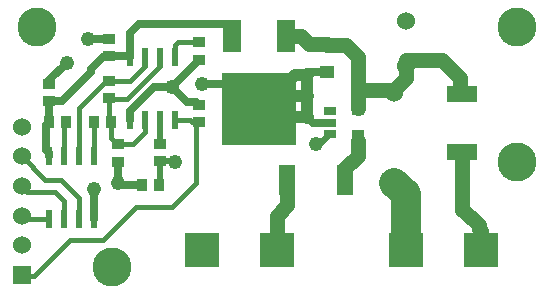
<source format=gbr>
%FSLAX23Y23*%
%MOIN*%
G04 EasyPC Gerber Version 16.0.6 Build 3249 *
%ADD115R,0.02362X0.05906*%
%ADD74R,0.03740X0.04331*%
%ADD114R,0.05512X0.09843*%
%ADD116R,0.05906X0.11024*%
%ADD80R,0.06000X0.06000*%
%ADD119R,0.11811X0.11811*%
%ADD89C,0.01500*%
%ADD88C,0.02000*%
%ADD90C,0.02500*%
%ADD150C,0.04000*%
%ADD120C,0.04800*%
%ADD121C,0.05000*%
%ADD79C,0.06000*%
%ADD112C,0.06000*%
%ADD110C,0.10000*%
%ADD124C,0.13000*%
%ADD111R,0.03937X0.02756*%
%ADD75R,0.04331X0.03740*%
%ADD118R,0.05118X0.04134*%
%ADD113R,0.09843X0.05512*%
%ADD117R,0.24803X0.24016*%
X0Y0D02*
D02*
D74*
X142Y696D03*
X199D03*
X292D03*
X349D03*
X452Y486D03*
X509D03*
D02*
D75*
X143Y768D03*
Y825D03*
X343Y778D03*
Y835D03*
Y918D03*
Y975D03*
X372Y565D03*
Y622D03*
X513Y568D03*
Y625D03*
X642Y905D03*
Y962D03*
X643Y698D03*
Y755D03*
D02*
D79*
X53Y286D03*
Y385D03*
Y483D03*
Y582D03*
Y680D03*
D02*
D80*
Y188D03*
D02*
D88*
X513Y702D02*
Y626D01*
X513Y625*
Y568D02*
X559D01*
X563Y565*
X513Y568D02*
Y490D01*
X509Y486*
X1033Y625D02*
X1045D01*
X1078Y658*
X1173D02*
Y635D01*
Y733D02*
Y745D01*
D02*
D89*
X142Y372D02*
X65D01*
X53Y385*
X193Y372D02*
Y435D01*
X163Y465*
X71*
X53Y483*
X193Y585D02*
Y689D01*
X199Y696*
X243Y372D02*
Y445D01*
X183Y505*
X130*
X53Y582*
X243Y585D02*
Y745D01*
X333Y835*
X343*
X343Y835*
X293Y585D02*
Y696D01*
X292Y696*
X343Y835D02*
Y835D01*
X413*
X463Y885*
Y915*
X349Y696D02*
Y698D01*
X343Y705*
Y777*
X343Y778*
X349Y696D02*
Y644D01*
X372Y622*
Y625*
X423*
X463Y665*
Y702*
X513Y915D02*
Y885D01*
X403Y775*
X360*
X357Y778*
X343*
X563Y915D02*
Y955D01*
X573Y965*
X638*
X642Y962*
X643Y698D02*
X619D01*
X613Y705*
X565*
X563Y702*
X643Y698D02*
X632Y687D01*
Y495*
X553Y415*
X433*
X323Y305*
X213*
X93Y185*
X53*
Y188*
D02*
D90*
X142Y696D02*
Y767D01*
X143Y768*
X142Y585D02*
Y595D01*
X133Y605*
Y686*
X142Y696*
X143Y768D02*
X186D01*
X282Y865*
Y875*
X323Y915*
X340*
X343Y918*
X143Y825D02*
Y836D01*
X203Y895*
X293Y372D02*
Y475D01*
X343Y918D02*
X409D01*
X413Y915*
X343Y975D02*
X273D01*
X273Y975*
X372Y565D02*
Y496D01*
X373Y495*
X413Y702D02*
Y735D01*
X493Y815*
X553*
X413Y915D02*
Y995D01*
X443Y1025*
X733*
X743Y1015*
Y995*
X753Y985*
X452Y486D02*
X382D01*
X373Y495*
X642Y905D02*
Y904D01*
X553Y815*
X643Y755D02*
X642D01*
X632Y765*
X603*
X553Y815*
X653Y825D02*
X756D01*
X843Y739*
X1069Y865D02*
X1012D01*
X1002Y855*
X1078Y695D02*
X1022D01*
X1002Y715*
D02*
D110*
X1332Y271D02*
Y456D01*
X1293Y495*
D02*
D111*
X1078Y658D03*
Y695D03*
Y733D03*
X1173Y658D03*
Y733D03*
D02*
D112*
X1293Y495D03*
Y795D03*
X1333Y885D03*
Y1035D03*
D02*
D113*
X1520Y598D03*
Y791D03*
D02*
D114*
X937Y503D03*
X1130D03*
D02*
D115*
X142Y372D03*
Y585D03*
X193Y372D03*
Y585D03*
X243Y372D03*
Y585D03*
X293Y372D03*
Y585D03*
X413Y702D03*
Y915D03*
X463Y702D03*
Y915D03*
X513Y702D03*
Y915D03*
X563Y702D03*
Y915D03*
D02*
D116*
X753Y985D03*
X933D03*
D02*
D117*
X843Y739D03*
D02*
D118*
X1069Y865D03*
Y957D03*
D02*
D119*
X652Y271D03*
X902D03*
X1332D03*
X1582D03*
D02*
D120*
X203Y895D03*
X273Y975D03*
X293Y475D03*
X373Y495D03*
X553Y815D03*
X563Y565D03*
X653Y825D03*
X1002Y715D03*
Y785D03*
Y855D03*
X1033Y625D03*
D02*
D121*
X937Y503D02*
Y419D01*
X903Y385*
Y272*
X902Y271*
X1069Y957D02*
X1010D01*
X983Y985*
X933*
X1173Y635D02*
Y585D01*
X1130Y542*
Y503*
X1173Y745D02*
Y805D01*
X1283*
X1293Y795*
X1173Y805D02*
Y915D01*
X1133Y955*
X1071*
X1069Y957*
X1293Y795D02*
Y805D01*
X1333Y845*
Y885*
Y905*
X1453*
X1513Y845*
Y798*
X1520Y791*
Y598D02*
Y405D01*
X1523*
X1575Y352*
Y339*
X1582Y332*
Y271*
D02*
D124*
X103Y1015D03*
X353Y215D03*
X1703Y565D03*
Y1015D03*
D02*
D150*
X843Y739D02*
X846D01*
X963Y855*
X1002*
X843Y739D02*
X876D01*
X923Y785*
X1002*
X843Y739D02*
Y715D01*
X1002*
Y785*
Y855*
X0Y0D02*
M02*

</source>
